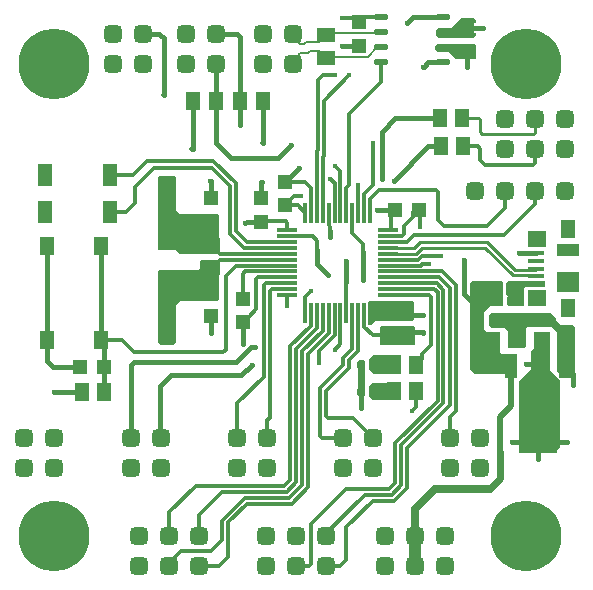
<source format=gbr>
%TF.GenerationSoftware,Altium Limited,Altium Designer,21.5.1 (32)*%
G04 Layer_Physical_Order=1*
G04 Layer_Color=255*
%FSLAX45Y45*%
%MOMM*%
%TF.SameCoordinates,06A15EC1-A366-40CD-93CB-9F33A424241D*%
%TF.FilePolarity,Positive*%
%TF.FileFunction,Copper,L1,Top,Signal*%
%TF.Part,Single*%
G01*
G75*
%TA.AperFunction,SMDPad,CuDef*%
%ADD10R,1.30000X1.55000*%
G04:AMPARAMS|DCode=11|XSize=0.6mm|YSize=0.7mm|CornerRadius=0.075mm|HoleSize=0mm|Usage=FLASHONLY|Rotation=0.000|XOffset=0mm|YOffset=0mm|HoleType=Round|Shape=RoundedRectangle|*
%AMROUNDEDRECTD11*
21,1,0.60000,0.55000,0,0,0.0*
21,1,0.45000,0.70000,0,0,0.0*
1,1,0.15000,0.22500,-0.27500*
1,1,0.15000,-0.22500,-0.27500*
1,1,0.15000,-0.22500,0.27500*
1,1,0.15000,0.22500,0.27500*
%
%ADD11ROUNDEDRECTD11*%
%ADD12R,1.30000X1.50000*%
%ADD13R,1.70000X0.30000*%
%ADD14R,1.27000X1.27000*%
%ADD15R,0.27247X0.47247*%
G04:AMPARAMS|DCode=16|XSize=3.25mm|YSize=2.05mm|CornerRadius=0.05125mm|HoleSize=0mm|Usage=FLASHONLY|Rotation=0.000|XOffset=0mm|YOffset=0mm|HoleType=Round|Shape=RoundedRectangle|*
%AMROUNDEDRECTD16*
21,1,3.25000,1.94750,0,0,0.0*
21,1,3.14750,2.05000,0,0,0.0*
1,1,0.10250,1.57375,-0.97375*
1,1,0.10250,-1.57375,-0.97375*
1,1,0.10250,-1.57375,0.97375*
1,1,0.10250,1.57375,0.97375*
%
%ADD16ROUNDEDRECTD16*%
G04:AMPARAMS|DCode=17|XSize=1mm|YSize=2.05mm|CornerRadius=0.05mm|HoleSize=0mm|Usage=FLASHONLY|Rotation=0.000|XOffset=0mm|YOffset=0mm|HoleType=Round|Shape=RoundedRectangle|*
%AMROUNDEDRECTD17*
21,1,1.00000,1.95000,0,0,0.0*
21,1,0.90000,2.05000,0,0,0.0*
1,1,0.10000,0.45000,-0.97500*
1,1,0.10000,-0.45000,-0.97500*
1,1,0.10000,-0.45000,0.97500*
1,1,0.10000,0.45000,0.97500*
%
%ADD17ROUNDEDRECTD17*%
%ADD18R,1.30000X1.90000*%
%ADD19R,0.30000X1.70000*%
%ADD20O,1.25000X0.55000*%
%ADD21R,1.20000X6.09600*%
%ADD22R,1.50000X1.30000*%
%ADD23R,1.27000X1.27000*%
%ADD24R,1.30000X1.65000*%
%ADD25R,1.90000X1.80000*%
%ADD26R,1.90000X1.00000*%
%ADD27R,1.55000X1.42500*%
%ADD28R,1.38000X0.45000*%
G04:AMPARAMS|DCode=29|XSize=0.8mm|YSize=1mm|CornerRadius=0.1mm|HoleSize=0mm|Usage=FLASHONLY|Rotation=90.000|XOffset=0mm|YOffset=0mm|HoleType=Round|Shape=RoundedRectangle|*
%AMROUNDEDRECTD29*
21,1,0.80000,0.80000,0,0,90.0*
21,1,0.60000,1.00000,0,0,90.0*
1,1,0.20000,0.40000,0.30000*
1,1,0.20000,0.40000,-0.30000*
1,1,0.20000,-0.40000,-0.30000*
1,1,0.20000,-0.40000,0.30000*
%
%ADD29ROUNDEDRECTD29*%
%TA.AperFunction,Conductor*%
%ADD30C,0.45000*%
%ADD31C,0.30000*%
%ADD32C,0.19402*%
%ADD33C,0.27062*%
%ADD34C,0.25000*%
%ADD35C,0.70000*%
%ADD36C,0.60000*%
%ADD37C,0.50000*%
%ADD38C,1.00000*%
%ADD39C,0.35000*%
%ADD40C,0.40000*%
%ADD41C,0.20000*%
%TA.AperFunction,ComponentPad*%
G04:AMPARAMS|DCode=42|XSize=1.5mm|YSize=1.5mm|CornerRadius=0.375mm|HoleSize=0mm|Usage=FLASHONLY|Rotation=180.000|XOffset=0mm|YOffset=0mm|HoleType=Round|Shape=RoundedRectangle|*
%AMROUNDEDRECTD42*
21,1,1.50000,0.75000,0,0,180.0*
21,1,0.75000,1.50000,0,0,180.0*
1,1,0.75000,-0.37500,0.37500*
1,1,0.75000,0.37500,0.37500*
1,1,0.75000,0.37500,-0.37500*
1,1,0.75000,-0.37500,-0.37500*
%
%ADD42ROUNDEDRECTD42*%
G04:AMPARAMS|DCode=43|XSize=1.5mm|YSize=1.5mm|CornerRadius=0.375mm|HoleSize=0mm|Usage=FLASHONLY|Rotation=270.000|XOffset=0mm|YOffset=0mm|HoleType=Round|Shape=RoundedRectangle|*
%AMROUNDEDRECTD43*
21,1,1.50000,0.75000,0,0,270.0*
21,1,0.75000,1.50000,0,0,270.0*
1,1,0.75000,-0.37500,-0.37500*
1,1,0.75000,-0.37500,0.37500*
1,1,0.75000,0.37500,0.37500*
1,1,0.75000,0.37500,-0.37500*
%
%ADD43ROUNDEDRECTD43*%
%TA.AperFunction,ViaPad*%
%ADD44C,6.00000*%
%ADD45C,0.45000*%
%ADD46C,0.50000*%
%ADD47C,0.60000*%
G36*
X6170000Y5920000D02*
Y5893332D01*
X6120000D01*
X6103417Y5890034D01*
X6097787Y5886271D01*
X6095600Y5884810D01*
X6086344Y5882969D01*
X6074766Y5875234D01*
X6067031Y5863656D01*
X6064314Y5850000D01*
X6067031Y5836344D01*
X6067549Y5835567D01*
X6069966Y5823417D01*
X6079359Y5809359D01*
X6093417Y5799966D01*
X6110000Y5796668D01*
X6126583Y5799966D01*
X6136612Y5806668D01*
X6170000D01*
Y5790000D01*
X6150500Y5770500D01*
X5849500Y5770500D01*
X5830000Y5790000D01*
Y5830000D01*
X5850000Y5850000D01*
X5960000D01*
X6046360Y5936360D01*
X6153640Y5936360D01*
X6170000Y5920000D01*
D02*
G37*
G36*
Y5705000D02*
Y5590000D01*
X6165000Y5585000D01*
X6003240D01*
X5938241Y5650000D01*
X5845001D01*
X5825000Y5670000D01*
Y5700000D01*
X5845000Y5720000D01*
X6155000D01*
X6170000Y5705000D01*
D02*
G37*
G36*
X3630000Y4590000D02*
Y4310000D01*
X3660000Y4280000D01*
X3990000D01*
X4000000Y4270000D01*
Y3940000D01*
X3660000D01*
X3630000Y3970000D01*
X3490000D01*
X3480000Y3980000D01*
Y4590000D01*
X3490000Y4600000D01*
X3620000D01*
X3630000Y4590000D01*
D02*
G37*
G36*
X6390000Y3710000D02*
X6400000Y3699999D01*
X6400000Y3510000D01*
X6390000Y3500000D01*
X6290000Y3500000D01*
D01*
D01*
X6240000Y3450000D01*
Y3300000D01*
X6260000Y3280000D01*
X6380000D01*
Y3100000D01*
X6390000Y3090000D01*
X6500000D01*
X6520000Y3070000D01*
Y2940000D01*
X6500000Y2920000D01*
X6160000D01*
X6120000Y2960000D01*
Y3690000D01*
X6140000Y3710000D01*
X6290000D01*
X6390000Y3710000D01*
D02*
G37*
G36*
X6595001Y3707500D02*
X6757500D01*
X6760000Y3705000D01*
Y3665000D01*
X6752500Y3657500D01*
X6595001D01*
Y3655000D01*
X6590001D01*
X6580001Y3645000D01*
Y3505000D01*
X6570001Y3495000D01*
X6450001D01*
X6440001Y3505000D01*
Y3585000D01*
X6430001Y3595000D01*
Y3695000D01*
X6445001Y3710000D01*
X6595001D01*
Y3707500D01*
D02*
G37*
G36*
X5650000Y3530000D02*
Y3390000D01*
X5630000Y3370000D01*
X5320000D01*
X5290000Y3340000D01*
X5270000Y3340000D01*
X5260686Y3349313D01*
Y3371195D01*
X5260687Y3371200D01*
Y3441200D01*
X5260001Y3444649D01*
Y3530001D01*
X5270000Y3540000D01*
X5640000D01*
X5650000Y3530000D01*
D02*
G37*
G36*
X5660000Y3320000D02*
Y3180000D01*
X5660000D01*
X5650000Y3170000D01*
X5370000D01*
X5360000Y3180000D01*
Y3320000D01*
X5370000Y3330000D01*
X5650000D01*
X5660000Y3320000D01*
D02*
G37*
G36*
X4010000Y3890000D02*
X4020000Y3880000D01*
X4000000Y3860000D01*
Y3560000D01*
X3980000Y3540000D01*
X3670000D01*
X3630000Y3500000D01*
X3630000Y3190000D01*
X3610000Y3170000D01*
X3500000D01*
X3480000Y3190000D01*
Y3790000D01*
X3490000Y3800000D01*
X3820000D01*
X3840000Y3820000D01*
Y3880000D01*
X3850000Y3890000D01*
X4010000Y3890000D01*
D02*
G37*
G36*
X5540000Y2920000D02*
X5310001D01*
X5270000Y2960000D01*
Y3050000D01*
X5300000Y3080000D01*
X5540000D01*
Y2920000D01*
D02*
G37*
G36*
X6850000Y3400000D02*
Y3380000D01*
X6890000Y3340000D01*
X6990000D01*
X7010000Y3320000D01*
Y2939998D01*
X6989998Y2920000D01*
X6880000Y2920000D01*
X6859999Y2940001D01*
X6860000Y3280000D01*
X6820000Y3320000D01*
X6610000D01*
X6600000Y3310000D01*
Y3160000D01*
X6580000Y3140000D01*
X6450000D01*
X6440000Y3150000D01*
Y3290000D01*
X6420000Y3310000D01*
X6310000D01*
X6280000Y3340000D01*
Y3420000D01*
X6300000Y3440000D01*
X6810000D01*
X6850000Y3400000D01*
D02*
G37*
G36*
X5230000Y3030000D02*
Y2740000D01*
X5220000Y2730000D01*
X5180000D01*
X5170000Y2740000D01*
Y3030000D01*
X5180000Y3040000D01*
X5220000D01*
X5230000Y3030000D01*
D02*
G37*
G36*
X5540000Y2700000D02*
X5300000D01*
X5270000Y2730000D01*
Y2820000D01*
X5300000Y2850000D01*
X5540000D01*
Y2700000D01*
D02*
G37*
G36*
X6800000Y2960000D02*
X6880000Y2860000D01*
Y2300000D01*
X6850000Y2270000D01*
X6570000D01*
X6540000Y2300000D01*
X6540000Y2860000D01*
X6640000Y2960000D01*
Y3120000D01*
X6660000Y3140000D01*
Y3280000D01*
X6800000D01*
Y2960000D01*
D02*
G37*
D10*
X2993600Y4004300D02*
D03*
Y3209300D02*
D03*
X2543600Y4004300D02*
D03*
Y3209300D02*
D03*
D11*
X5300000Y3000000D02*
D03*
X5200000D02*
D03*
Y2770000D02*
D03*
X5300000D02*
D03*
D12*
X4368300Y5232400D02*
D03*
X4178300D02*
D03*
X3778508Y5232408D02*
D03*
X3968508D02*
D03*
X3022600Y2768600D02*
D03*
X6054992Y5089992D02*
D03*
X5864992D02*
D03*
X5475000Y2775000D02*
D03*
X5665000D02*
D03*
X5475000Y3000000D02*
D03*
X5665000D02*
D03*
X6064992Y4849992D02*
D03*
X5874992D02*
D03*
X2832600Y2768600D02*
D03*
D13*
X4576201Y3840000D02*
D03*
X5423801Y4140000D02*
D03*
Y4090000D02*
D03*
Y4040000D02*
D03*
Y3990000D02*
D03*
Y3940000D02*
D03*
Y3890000D02*
D03*
Y3840000D02*
D03*
Y3790000D02*
D03*
Y3740000D02*
D03*
Y3690000D02*
D03*
Y3640000D02*
D03*
Y3590000D02*
D03*
X4576201D02*
D03*
Y3640000D02*
D03*
Y3690000D02*
D03*
Y3740000D02*
D03*
Y3790000D02*
D03*
Y3890000D02*
D03*
Y3940000D02*
D03*
Y3990000D02*
D03*
Y4040000D02*
D03*
Y4090000D02*
D03*
Y4140000D02*
D03*
D14*
X3021008Y2984508D02*
D03*
X2821008D02*
D03*
X5690000Y4310000D02*
D03*
X5490000D02*
D03*
X6929992Y3214992D02*
D03*
X6729993D02*
D03*
X6514992D02*
D03*
X6314992D02*
D03*
D15*
X6365001Y3665000D02*
D03*
X6465001D02*
D03*
D16*
X6700000Y2357500D02*
D03*
D17*
X6470000Y2992500D02*
D03*
X6700000D02*
D03*
X6930000D02*
D03*
D18*
X3074080Y4290080D02*
D03*
X2524080D02*
D03*
Y4610080D02*
D03*
X3074080D02*
D03*
D19*
X4725001Y4288800D02*
D03*
X4775001D02*
D03*
X4825001D02*
D03*
X4875001D02*
D03*
X4925001D02*
D03*
X4975001D02*
D03*
X5025001D02*
D03*
X5075001D02*
D03*
X5125001D02*
D03*
X5175001D02*
D03*
X5225001D02*
D03*
X5275001D02*
D03*
Y3441200D02*
D03*
X5225001D02*
D03*
X5175001D02*
D03*
X5125001D02*
D03*
X5075001D02*
D03*
X5025001D02*
D03*
X4975001D02*
D03*
X4925001D02*
D03*
X4875001D02*
D03*
X4825001D02*
D03*
X4775001D02*
D03*
X4725001D02*
D03*
D20*
X5367500Y5940500D02*
D03*
Y5813500D02*
D03*
Y5686500D02*
D03*
Y5559500D02*
D03*
X5892500Y5940500D02*
D03*
Y5813500D02*
D03*
Y5686500D02*
D03*
Y5559500D02*
D03*
D21*
X3550002Y4290000D02*
D03*
Y3490000D02*
D03*
D22*
X3924994Y3820008D02*
D03*
Y4010008D02*
D03*
X4899984Y5600016D02*
D03*
Y5790016D02*
D03*
D23*
X3925002Y4415000D02*
D03*
Y4215000D02*
D03*
Y3415000D02*
D03*
Y3615000D02*
D03*
X4555001Y4550000D02*
D03*
Y4350000D02*
D03*
X4200000Y3559999D02*
D03*
Y3360000D02*
D03*
X5424992Y3250008D02*
D03*
Y3450008D02*
D03*
X4355001Y4410000D02*
D03*
Y4210000D02*
D03*
X5180000Y5700001D02*
D03*
Y5900000D02*
D03*
X6100000Y5650000D02*
D03*
Y5850000D02*
D03*
D24*
X6950001Y3477500D02*
D03*
Y4152500D02*
D03*
D25*
Y3700000D02*
D03*
D26*
Y3970000D02*
D03*
D27*
X6692501Y3566250D02*
D03*
Y4063750D02*
D03*
D28*
X6684001Y3685000D02*
D03*
Y3750000D02*
D03*
Y3815000D02*
D03*
Y3880000D02*
D03*
Y3945000D02*
D03*
D29*
X5600000Y3275000D02*
D03*
Y3425000D02*
D03*
X6340001Y3540000D02*
D03*
X6490000D02*
D03*
X6340001Y3390000D02*
D03*
X6490000D02*
D03*
D30*
X3350000Y5804000D02*
X3492400D01*
X3530000Y5280000D02*
Y5766400D01*
X3492400Y5804000D02*
X3530000Y5766400D01*
X4175000Y5232400D02*
Y5777640D01*
X3930778Y5804000D02*
X3975000D01*
X4148640D02*
X4175000Y5777640D01*
X3975000Y5804000D02*
X4148640D01*
X4178300Y5029200D02*
Y5232400D01*
X2603500Y2768600D02*
X2832600D01*
X2543600Y3209300D02*
Y4004300D01*
X2590808Y2984508D02*
X2821008D01*
X2543600Y3031700D02*
X2590800Y2984500D01*
X2543600Y3031700D02*
Y3209300D01*
X2993600D02*
Y4004300D01*
Y3209300D02*
X3021008Y3181892D01*
Y2984508D02*
Y3181892D01*
X3249999Y3000000D02*
X3275000Y3025000D01*
X4143432D02*
X4268432Y3150000D01*
X3275000Y3025000D02*
X4143432D01*
X3249999Y2379000D02*
Y3000000D01*
X3021804Y2769396D02*
Y2983712D01*
X3021008Y2984508D02*
X3021804Y2983712D01*
Y2769396D02*
X3022600Y2768600D01*
X5588000Y5892800D02*
X5635700Y5940500D01*
X5892500D01*
X5177701Y5702300D02*
X5180000Y5700001D01*
X5041900Y5702300D02*
X5177701D01*
X4495800Y4749800D02*
X4610100Y4864100D01*
X4102100Y4749800D02*
X4495800D01*
X4368550Y4877050D02*
X4368800Y4876800D01*
X4368550Y4877050D02*
Y5232150D01*
X3975000Y4876900D02*
X4102100Y4749800D01*
X3772857Y4826957D02*
Y5226757D01*
X3771900Y4826000D02*
X3772857Y4826957D01*
Y5226757D02*
X3778508Y5232408D01*
X3975000Y4876900D02*
Y5227500D01*
X4368300Y5232400D02*
X4368550Y5232150D01*
X3975000Y5280000D02*
Y5550000D01*
X2590800Y2984500D02*
X2590808Y2984508D01*
X4220000Y4200000D02*
X4230000Y4210000D01*
X4355001D01*
X3925002Y4415000D02*
Y4554999D01*
X3920000Y4560000D02*
X3925002Y4554999D01*
X4355001Y4410000D02*
Y4545001D01*
X4360000Y4550000D01*
X4200000Y3180000D02*
Y3360000D01*
X5873853Y4848853D02*
X5874992Y4849992D01*
X5480000Y4560000D02*
X5768853Y4848853D01*
X5873853D01*
X5375000Y4575000D02*
Y4975000D01*
X5332501Y4310000D02*
X5490000D01*
X6694500Y3010000D02*
X6700000Y3004500D01*
X6600000Y3010000D02*
X6694500D01*
X4268432Y3150000D02*
X4300000D01*
X6990000Y2830000D02*
Y2925640D01*
X6963640Y2952000D02*
X6990000Y2925640D01*
X6956500Y2952000D02*
X6963640D01*
X6929000Y2979500D02*
Y3004500D01*
Y2979500D02*
X6956500Y2952000D01*
X6100000Y5520000D02*
Y5650000D01*
X5375000Y4975000D02*
X5489992Y5089992D01*
X4940000Y4080000D02*
Y4130000D01*
X5215868Y3715868D02*
Y3884132D01*
X4830000Y3850000D02*
X4920000Y3760000D01*
X4920000D01*
X4830000Y3850000D02*
Y3890000D01*
X5075000Y3775000D02*
Y3875000D01*
Y3775000D02*
X5075002Y3774999D01*
X6120000Y5850000D02*
X6230000D01*
X6110000Y5840000D02*
X6120000Y5850000D01*
X6070000Y3600000D02*
Y3890000D01*
Y3600000D02*
X6130000Y3540000D01*
X6340001D01*
X5600000Y3275000D02*
X5725000D01*
X5727100Y3272900D01*
X5600000Y3425000D02*
X5725000D01*
X5727100Y3422900D01*
X6700000Y2345500D02*
X6945500D01*
X6475500D02*
X6700000D01*
Y2200000D02*
Y2345500D01*
X6535000Y3945000D02*
X6684001D01*
X3925002Y3265002D02*
Y3415000D01*
X4555001Y4550000D02*
X4670000Y4664998D01*
X5200000Y2630000D02*
Y2770000D01*
X4186820Y2911820D02*
X4275000Y3000000D01*
X3588180Y2911820D02*
X4186820D01*
X3500000Y2823640D02*
X3588180Y2911820D01*
X5489992Y5089992D02*
X5864992D01*
X3500000Y2435868D02*
Y2823640D01*
X5725000Y5525000D02*
X5730246D01*
X5764746Y5559500D02*
X5892500D01*
X5730246Y5525000D02*
X5764746Y5559500D01*
D31*
X2993600Y3209300D02*
X3178800D01*
X3276600Y3111500D01*
X4034226D01*
X4051800Y3129074D02*
Y3751800D01*
X4034226Y3111500D02*
X4051800Y3129074D01*
Y3751800D02*
X4140000Y3840000D01*
X5040000Y5940000D02*
X5140000D01*
X5180000Y5900000D01*
X5025001Y4288800D02*
Y4637442D01*
X4978400Y4684043D02*
Y4686300D01*
Y4684043D02*
X5025001Y4637442D01*
X4832700Y4814883D02*
Y5407700D01*
X4825002Y4288800D02*
Y4807184D01*
X4832700Y4814883D01*
X4875001Y4756901D02*
X4882700Y4764599D01*
X4875001Y4288800D02*
Y4756901D01*
X4882700Y4764599D02*
Y5232700D01*
X4832700Y5407700D02*
X4875000Y5450000D01*
X4882700Y5232700D02*
X5100000Y5450000D01*
X4875000D02*
X4975000D01*
X4140000Y3840000D02*
X4576201D01*
X3074080Y4290080D02*
X3210580D01*
X3286760Y4366260D02*
Y4501758D01*
X3210580Y4290080D02*
X3286760Y4366260D01*
X3270081Y4610080D02*
X3385467Y4725466D01*
X3074080Y4610080D02*
X3270081D01*
X3286760Y4501758D02*
X3450001Y4665000D01*
X5876780Y3920000D02*
X5877560Y3919220D01*
X5713115Y3920000D02*
X5876780D01*
X5683115Y3890000D02*
X5713115Y3920000D01*
X4327574Y3740000D02*
X4576201D01*
X4310000Y3722426D02*
X4327574Y3740000D01*
X4248500Y3408500D02*
X4310000Y3470000D01*
Y3722426D01*
X4248500Y3408500D02*
Y3408500D01*
X4211751Y3371751D02*
X4248500Y3408500D01*
X4200000Y3772426D02*
X4217574Y3790000D01*
X4497414D01*
X4200000Y3701407D02*
Y3772426D01*
X4497414Y3790000D02*
X4576201D01*
X4497414Y3790000D02*
X4497414Y3790000D01*
X4200000Y3559999D02*
Y3700000D01*
X5700000Y4170000D02*
Y4300000D01*
X5690000Y4310000D02*
X5700000Y4300000D01*
X5565000Y4172300D02*
X5641500Y4248800D01*
X5565000Y4107574D02*
Y4172300D01*
X5641500Y4248800D02*
Y4291500D01*
X5649992Y4299992D01*
X5547426Y4090000D02*
X5565000Y4107574D01*
X5423801Y4090000D02*
X5547426D01*
X5423801Y4040000D02*
X5585710D01*
X5645710Y4100000D01*
X6410000D01*
X4635001Y4430000D02*
X4690000D01*
X4555001Y4350000D02*
X4635001Y4430000D01*
X5449992Y4140000D02*
Y4299992D01*
X5423801Y4140000D02*
X5449992D01*
X5275001Y4400001D02*
X5355000Y4480000D01*
X5850000Y4225000D02*
Y4462426D01*
X5832426Y4480000D02*
X5850000Y4462426D01*
X5355000Y4480000D02*
X5832426D01*
X3927500Y1427500D02*
X4020000Y1520000D01*
X3621110Y1346110D02*
Y1371110D01*
X3677500Y1427500D02*
X3927500D01*
X3575000Y1300000D02*
X3621110Y1346110D01*
Y1371110D02*
X3677500Y1427500D01*
X4075000Y1665000D02*
X4235000Y1825000D01*
X4020000Y1520000D02*
Y1680710D01*
X4214290Y1875000D01*
X4075000Y1375000D02*
Y1665000D01*
X4235000Y1825000D02*
X4612131D01*
X4214290Y1875000D02*
X4591420D01*
X4000000Y1300000D02*
X4075000Y1375000D01*
X5590000Y1960000D02*
Y2298579D01*
X5229000Y1900000D02*
X5459290D01*
X5540000Y1980710D02*
Y2319289D01*
X5459290Y1900000D02*
X5540000Y1980710D01*
X5480000Y1850000D02*
X5590000Y1960000D01*
X5075000Y1950000D02*
X5438579D01*
X5490000Y2001420D02*
Y2340000D01*
X5300000Y1850000D02*
X5480000D01*
X5438579Y1950000D02*
X5490000Y2001420D01*
X4815400Y1690400D02*
X5075000Y1950000D01*
X5075000Y1625000D02*
X5300000Y1850000D01*
X4904000Y1575000D02*
X5229000Y1900000D01*
X4815400Y1690400D02*
X4815400D01*
X4775000Y1650000D02*
X4815400Y1690400D01*
X5540000Y2319289D02*
X5896820Y2676109D01*
X5590000Y2298579D02*
X5950000Y2658579D01*
X5490000Y2340000D02*
X5846820Y2696820D01*
X6675000Y4365000D02*
Y4475000D01*
X6410000Y4100000D02*
X6675000Y4365000D01*
X6265000Y4175000D02*
X6421000Y4331000D01*
Y4475000D01*
X5900000Y4175000D02*
X6265000D01*
X5225001Y4450002D02*
X5300000Y4525000D01*
Y4880000D01*
X4927884Y4182884D02*
Y4186420D01*
X4925002Y4189303D02*
X4927884Y4186420D01*
X4925002Y4189303D02*
Y4210013D01*
X4925001Y4210013D02*
Y4288800D01*
Y4210013D02*
X4925002Y4210013D01*
X5125001Y4115001D02*
Y4288800D01*
X4576201Y4090000D02*
X4740000D01*
X5075002Y3441200D02*
Y3615002D01*
X5225001Y3371200D02*
Y3441200D01*
X5225000Y3371199D02*
X5225001Y3371200D01*
X5225000Y3321467D02*
X5296459Y3250008D01*
X5424992D01*
X5225000Y3321467D02*
Y3371199D01*
X5220500Y5940500D02*
X5367500D01*
X5180000Y5900000D02*
X5220500Y5940500D01*
X6100000Y5850000D02*
X6110000Y5840000D01*
X5850000Y4225000D02*
X5900000Y4175000D01*
X5790000Y3170000D02*
Y3572426D01*
X5772426Y3590000D02*
X5790000Y3572426D01*
X5714320Y3094320D02*
X5790000Y3170000D01*
X5423801Y3590000D02*
X5772426D01*
X6675000Y4712574D02*
Y4824999D01*
X6210000Y4730000D02*
X6245000Y4695000D01*
X6657426D02*
X6675000Y4712574D01*
X6245000Y4695000D02*
X6657426D01*
X6190008Y4849992D02*
X6210000Y4830000D01*
Y4730000D02*
Y4830000D01*
X6064992Y4849992D02*
X6190008D01*
X5630000Y2610000D02*
X5665000Y2645000D01*
Y2775000D01*
X4140000Y4130710D02*
Y4535000D01*
X3949534Y4725466D02*
X4140000Y4535000D01*
Y4130710D02*
X4230710Y4040000D01*
X3939290Y4665000D02*
X4090000Y4514290D01*
Y4110000D02*
Y4514290D01*
Y4110000D02*
X4210000Y3990000D01*
X5665000Y3000000D02*
X5714320Y3049320D01*
Y3094320D01*
X4725000Y4550000D02*
X4775001Y4499999D01*
Y4288800D02*
Y4499999D01*
X4555001Y4550000D02*
X4725000D01*
X4845155Y3017284D02*
Y3118640D01*
X4975001Y3248487D01*
X4842285Y3014414D02*
X4845155Y3017284D01*
X5025001Y3175001D02*
Y3441200D01*
X4975000Y3125000D02*
X5025001Y3175001D01*
X5100000Y2975000D02*
Y3040336D01*
X5125000Y3136046D02*
Y3237558D01*
X5050000Y3000000D02*
Y3061046D01*
X5125000Y3136046D01*
X5175001Y3115336D02*
Y3441199D01*
X5100000Y3040336D02*
X5175001Y3115336D01*
X4850000Y2800000D02*
X5050000Y3000000D01*
X4900000Y2775000D02*
X5100000Y2975000D01*
X4775001Y3331328D02*
Y3441200D01*
X4825002Y3310618D02*
Y3441200D01*
X4750000Y3094195D02*
X4925001Y3269197D01*
X4975001Y3248487D02*
Y3300059D01*
X4600000Y3156327D02*
X4775001Y3331328D01*
X4650000Y3135616D02*
X4825002Y3310618D01*
X4875001Y3289907D02*
Y3441200D01*
X4600000Y2025000D02*
Y3156327D01*
X4700000Y3114906D02*
X4875001Y3289907D01*
X4700000Y1983579D02*
Y3114906D01*
X4925001Y3269197D02*
Y3441200D01*
X4650000Y2004290D02*
Y3135616D01*
X4750000Y1962869D02*
Y3094195D01*
X5703826Y3840000D02*
X5716725Y3852900D01*
X5423802Y3840000D02*
X5703826D01*
X5716725Y3852900D02*
X5775000D01*
X5423801Y3890000D02*
X5683115D01*
X5642446Y3740000D02*
X5642446Y3740000D01*
X5423801Y3740000D02*
X5642446D01*
X5642446Y3740000D02*
X5862279D01*
X5950000Y3652278D01*
X5841568Y3690000D02*
X5896820Y3634748D01*
X5621736Y3690000D02*
X5621736Y3690000D01*
X5701051Y3790000D02*
X5701051Y3790000D01*
X5621736Y3690000D02*
X5841568D01*
X5701051Y3790000D02*
X5885001D01*
X5423801Y3790000D02*
X5701051D01*
X5820858Y3640000D02*
X5846820Y3614038D01*
X5423801Y3690000D02*
X5621736D01*
X5885001Y3790000D02*
X6000000Y3675000D01*
X5423801Y3640000D02*
X5820858D01*
X5423801Y3840000D02*
X5423802Y3840000D01*
X4975001Y3300059D02*
X4975002Y3300059D01*
X4555001Y4350000D02*
X4663801D01*
X4725001Y4288800D01*
X4355001Y4210000D02*
X4358801Y4213800D01*
X4564486D02*
X4576201Y4202084D01*
Y4140000D02*
Y4202084D01*
X4358801Y4213800D02*
X4564486D01*
X3385467Y4725466D02*
X3949534D01*
X3450001Y4665000D02*
X3939290D01*
X4403999Y2528999D02*
X4425000Y2550000D01*
X4442574Y3640000D02*
X4576201D01*
X4425000Y2550000D02*
Y3622426D01*
X4442574Y3640000D01*
X4149999Y2674999D02*
X4375000Y2900000D01*
Y3672426D01*
X4392574Y3690000D01*
X4576201D01*
X4210000Y3990000D02*
X4576201D01*
X4230710Y4040000D02*
X4576201D01*
X4005002Y3940000D02*
X4576201D01*
X4100001Y3890000D02*
X4100002Y3890000D01*
X4004985Y3890000D02*
X4100001D01*
X5175001Y4288800D02*
Y4524999D01*
X5100000Y4520113D02*
Y5125000D01*
X5075002Y4495114D02*
X5100000Y4520113D01*
Y5125000D02*
X5367500Y5392500D01*
Y5559500D01*
X4975001Y4288801D02*
Y4537853D01*
X4937901Y4574952D02*
X4975001Y4537853D01*
X4937901Y4574952D02*
Y4575000D01*
X4975001Y4288801D02*
X4975002Y4288800D01*
X5075002D02*
Y4495114D01*
X4900000Y2567574D02*
Y2775000D01*
X4850000Y2396574D02*
Y2800000D01*
X5846820Y2696820D02*
Y3614038D01*
X5896820Y2676109D02*
Y3634748D01*
X5075000Y1350000D02*
Y1625000D01*
X5021000Y1296000D02*
X5075000Y1350000D01*
X4904000Y1296000D02*
X5021000D01*
X5950000Y2658579D02*
Y3652278D01*
X5132999Y2550000D02*
X5303999Y2379000D01*
X4917574Y2550000D02*
X5132999D01*
X4900000Y2567574D02*
X4917574Y2550000D01*
X4850000Y2396574D02*
X4867574Y2379000D01*
X5049999D01*
X5949999Y2561230D02*
X6000000Y2611231D01*
Y3675000D01*
X5949999Y2379000D02*
Y2561230D01*
X4904000Y1550000D02*
Y1575000D01*
X4775000Y1313574D02*
Y1650000D01*
X4650000Y1296000D02*
X4757426D01*
X4775000Y1313574D01*
X4149999Y2379000D02*
Y2674999D01*
X5125001Y3237559D02*
Y3441199D01*
X5125000Y3237558D02*
X5125001Y3237559D01*
X4725001Y3575001D02*
X4775000Y3625000D01*
X4725001Y3441200D02*
Y3575001D01*
X5075000Y3875000D02*
X5075002Y3874999D01*
X3829000Y1729000D02*
X4025000Y1925000D01*
X3575000Y1750000D02*
X3800000Y1975000D01*
X4612131Y1825000D02*
X4750000Y1962869D01*
X4591420Y1875000D02*
X4700000Y1983579D01*
X4025000Y1925000D02*
X4570710D01*
X4550000Y1975000D02*
X4600000Y2025000D01*
X4570710Y1925000D02*
X4650000Y2004290D01*
X3800000Y1975000D02*
X4550000D01*
X3829000Y1300000D02*
X4000000D01*
X3829000Y1554000D02*
Y1729000D01*
X3575000Y1554000D02*
Y1750000D01*
X4403999Y2379000D02*
Y2528999D01*
X5275001Y4288800D02*
Y4400001D01*
X4975002Y3300059D02*
Y3441200D01*
X5225001Y4288800D02*
Y4450002D01*
X4575000Y3500000D02*
Y3588799D01*
X5175001Y3441199D02*
X5175001Y3441200D01*
X5125001Y3441199D02*
X5125001Y3441200D01*
X4100002Y3890000D02*
X4576201D01*
X3934994Y4010008D02*
X4005002Y3940000D01*
X3924994Y4010008D02*
X3934994D01*
X3924994Y3820008D02*
X3934994D01*
X4004985Y3890000D01*
D32*
X5335503Y5686500D02*
X5367500D01*
X5255803Y5606800D02*
X5335503Y5686500D01*
X4906767Y5606800D02*
X5255803D01*
X4899984Y5600016D02*
X4906767Y5606800D01*
X5360799Y5806799D02*
X5367500Y5813500D01*
X4916767Y5806799D02*
X5360799D01*
X4899984Y5790016D02*
X4916767Y5806799D01*
X4686219Y5712101D02*
X4718383D01*
X4625000Y5804000D02*
X4673138Y5755862D01*
X4736399Y5730117D02*
X4823319D01*
X4718383Y5712101D02*
X4736399Y5730117D01*
X4827919Y5734717D02*
X4844685D01*
X4823319Y5730117D02*
X4827919Y5734717D01*
X4844685D02*
X4899984Y5790016D01*
X4673138Y5628818D02*
X4686219Y5641899D01*
X4747461D01*
X4765477Y5659915D01*
X4673138Y5598138D02*
Y5628818D01*
X4625000Y5550000D02*
X4673138Y5598138D01*
X4844685Y5655315D02*
X4899984Y5600016D01*
X4827919Y5655315D02*
X4844685D01*
X4823319Y5659915D02*
X4827919Y5655315D01*
X4765477Y5659915D02*
X4823319D01*
X4673138Y5725182D02*
X4686219Y5712101D01*
X4673138Y5725182D02*
Y5755862D01*
D33*
X5697475Y4040000D02*
X6270000D01*
X5717101Y3992618D02*
X6250374D01*
X6503809Y3806191D02*
X6675192D01*
X6270000Y4040000D02*
X6503809Y3806191D01*
X6250374Y3992618D02*
X6484183Y3758809D01*
X6675191D01*
X5646165Y3988691D02*
X5697475Y4040000D01*
X5665792Y3941309D02*
X5717101Y3992618D01*
X6675191Y3758809D02*
X6684001Y3750000D01*
X5425110Y3941309D02*
X5665792D01*
X5423801Y3990000D02*
X5425110Y3988691D01*
X6675192Y3806191D02*
X6684001Y3815000D01*
X5425110Y3988691D02*
X5646165D01*
X5423801Y3940000D02*
X5425110Y3941309D01*
D34*
X6210008Y4967145D02*
Y5075347D01*
X6675000Y4967145D02*
Y5078999D01*
X6660355Y4952500D02*
X6675000Y4967145D01*
X6210008D02*
X6224653Y4952500D01*
X6660355D01*
X6054992Y5089992D02*
X6195364D01*
X6210008Y5075347D01*
D35*
X5828000Y1950000D02*
X6290000D01*
X5654000Y1776000D02*
X5828000Y1950000D01*
X5654000Y1554000D02*
Y1776000D01*
D36*
X6290000Y1950000D02*
X6380000Y2040000D01*
Y2260000D01*
D37*
Y2560000D01*
X6471000Y2651000D01*
Y3004500D01*
D38*
X5654000Y1300000D02*
Y1554000D01*
D39*
X4940000Y4150000D02*
Y4170768D01*
Y4130000D02*
Y4150000D01*
Y4100000D02*
Y4130000D01*
Y4080000D02*
Y4100000D01*
X4927884Y4182884D02*
X4940000Y4170768D01*
X5215868Y3954132D02*
Y4024134D01*
X5125001Y4115001D02*
X5215868Y4024134D01*
X4830000Y3970000D02*
Y4050000D01*
X4790000Y4090000D02*
X4830000Y4050000D01*
X4740000Y4090000D02*
X4790000D01*
X5075002Y3615002D02*
Y3704998D01*
D40*
X5215868Y3884132D02*
Y3954132D01*
X4830000Y3890000D02*
Y3970000D01*
X5075002Y3704998D02*
Y3774999D01*
D41*
X4575000Y3588799D02*
X4576201Y3590000D01*
D42*
X3096000Y5804000D02*
D03*
X3350000D02*
D03*
Y5550000D02*
D03*
X3096000D02*
D03*
X3721000Y5804000D02*
D03*
X3975000D02*
D03*
Y5550000D02*
D03*
X3721000D02*
D03*
X4371000Y5804000D02*
D03*
X4625000D02*
D03*
Y5550000D02*
D03*
X4371000D02*
D03*
X6675000Y5078999D02*
D03*
X6929000D02*
D03*
Y4824999D02*
D03*
X6675000D02*
D03*
X6421000Y5078999D02*
D03*
Y4824999D02*
D03*
X5654000Y1554000D02*
D03*
X5908000D02*
D03*
Y1300000D02*
D03*
X5654000D02*
D03*
X5400000Y1554000D02*
D03*
Y1300000D02*
D03*
X4650000Y1550000D02*
D03*
X4904000D02*
D03*
Y1296000D02*
D03*
X4650000D02*
D03*
X4396000Y1550000D02*
D03*
Y1296000D02*
D03*
X3575000Y1554000D02*
D03*
X3829000D02*
D03*
Y1300000D02*
D03*
X3575000D02*
D03*
X3321000Y1554000D02*
D03*
Y1300000D02*
D03*
D43*
X5949999Y2125000D02*
D03*
Y2379000D02*
D03*
X6203999D02*
D03*
Y2125000D02*
D03*
X3249999D02*
D03*
Y2379000D02*
D03*
X3503999D02*
D03*
Y2125000D02*
D03*
X2346000D02*
D03*
Y2379000D02*
D03*
X2600000D02*
D03*
Y2125000D02*
D03*
X5049999D02*
D03*
Y2379000D02*
D03*
X5303999D02*
D03*
Y2125000D02*
D03*
X4149999D02*
D03*
Y2379000D02*
D03*
X4403999D02*
D03*
Y2125000D02*
D03*
X6929000Y4475000D02*
D03*
X6675000D02*
D03*
X6421000D02*
D03*
X6167000D02*
D03*
D44*
X2600000Y1550000D02*
D03*
X6600000D02*
D03*
X2600000Y5550000D02*
D03*
X6600000D02*
D03*
D45*
X2603500Y2768600D02*
D03*
X2590800Y2984500D02*
D03*
X5588000Y5892800D02*
D03*
X5041900Y5702300D02*
D03*
X4610100Y4864100D02*
D03*
X4978400Y4686300D02*
D03*
X4178300Y5029200D02*
D03*
X5877560Y3919220D02*
D03*
X5040000Y5940000D02*
D03*
X4220000Y4200000D02*
D03*
X3920000Y4560000D02*
D03*
X4360000Y4550000D02*
D03*
X4200000Y3180000D02*
D03*
Y3700000D02*
D03*
X5700000Y4170000D02*
D03*
X5375000Y4575000D02*
D03*
X5480000Y4560000D02*
D03*
X5332501Y4310000D02*
D03*
X4690000Y4430000D02*
D03*
X6600000Y3010000D02*
D03*
X4300000Y3150000D02*
D03*
X6990000Y2830000D02*
D03*
X6100000Y5520000D02*
D03*
X5300000Y4880000D02*
D03*
X4940000Y4080000D02*
D03*
X4920000Y3760000D02*
D03*
X6230000Y5850000D02*
D03*
X6070000Y3890000D02*
D03*
X5727100Y3272900D02*
D03*
Y3422900D02*
D03*
X6945500Y2345500D02*
D03*
X6475500D02*
D03*
X6700000Y2200000D02*
D03*
X6535000Y3945000D02*
D03*
X5630000Y2610000D02*
D03*
X3925002Y3265002D02*
D03*
X4670000Y4664998D02*
D03*
X5200000Y2630000D02*
D03*
X4975000Y5450000D02*
D03*
Y3125000D02*
D03*
X4275000Y3000000D02*
D03*
X4842285Y3014414D02*
D03*
X5215868Y3715868D02*
D03*
X5775000Y3852900D02*
D03*
X5175001Y4524999D02*
D03*
X4937901Y4575000D02*
D03*
X4775000Y3625000D02*
D03*
X5075000Y3875000D02*
D03*
X5725000Y5525000D02*
D03*
X5100000Y5450000D02*
D03*
X4575000Y3500000D02*
D03*
D46*
X4368800Y4876800D02*
D03*
X3771900Y4826000D02*
D03*
X3530000Y5280000D02*
D03*
D47*
X2387508Y1461983D02*
D03*
X2688017Y1337508D02*
D03*
X2387508Y1638017D02*
D03*
X2511983Y1337508D02*
D03*
Y1762492D02*
D03*
X2812492Y1638017D02*
D03*
Y1461983D02*
D03*
X2688017Y1762492D02*
D03*
X6387508Y1461983D02*
D03*
X6688017Y1337508D02*
D03*
X6511983D02*
D03*
X6812492Y1638017D02*
D03*
X6511983Y1762492D02*
D03*
X6812492Y1461983D02*
D03*
X6688017Y1762492D02*
D03*
X6387508Y1638017D02*
D03*
X2812492Y5638017D02*
D03*
X2387508Y5461983D02*
D03*
Y5638017D02*
D03*
X2511983Y5337507D02*
D03*
Y5762492D02*
D03*
X2688017D02*
D03*
Y5337507D02*
D03*
X2812492Y5461983D02*
D03*
X6511983Y5337507D02*
D03*
X6387508Y5461983D02*
D03*
Y5638017D02*
D03*
X6511983Y5762492D02*
D03*
X6688017D02*
D03*
X6812492Y5638017D02*
D03*
Y5461983D02*
D03*
X6688017Y5337507D02*
D03*
%TF.MD5,d8ffd4917a0903708ffba007cd82ea27*%
M02*

</source>
